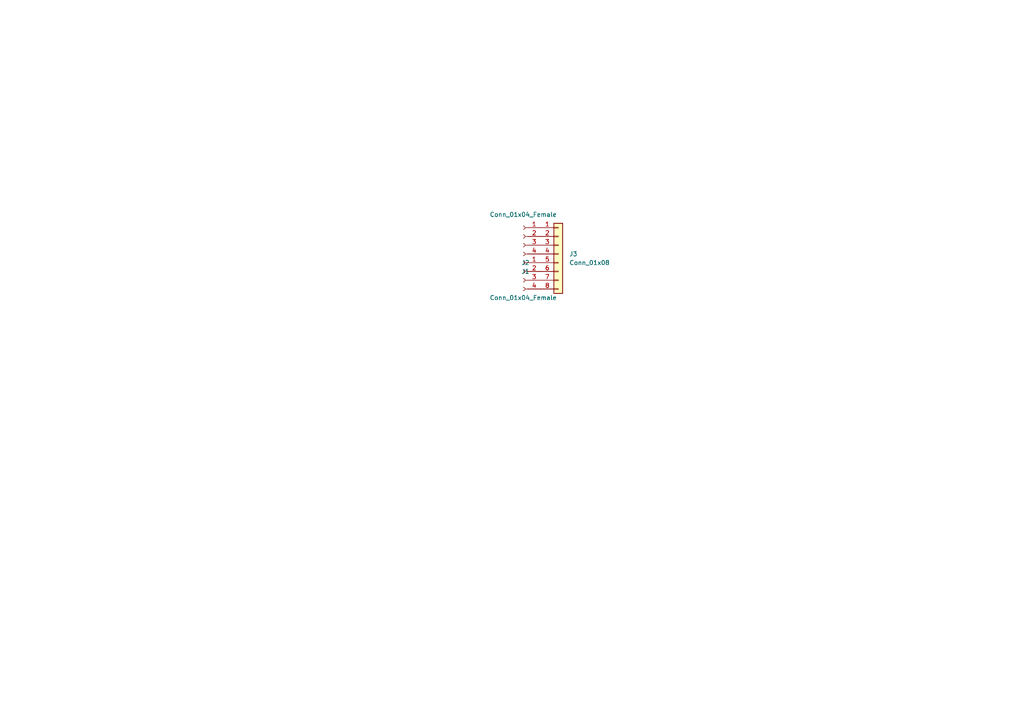
<source format=kicad_sch>
(kicad_sch (version 20211123) (generator eeschema)
  (paper "A4")
  (lib_symbols
    (symbol "Connector:Conn_01x04_Female" (pin_names (offset 1.016) hide)
      (property "Reference" "J" (at 0 5.08 0))
      (property "Value" "Conn_01x04_Female" (at 0 -7.62 0))
      (symbol "Conn_01x04_Female_1_1"
        (arc (start 0 -4.572) (mid -0.508 -5.08) (end 0 -5.588) (stroke (width 0.1524)))
        (arc (start 0 -2.032) (mid -0.508 -2.54) (end 0 -3.048) (stroke (width 0.1524)))
        (polyline (pts (xy -1.27 -5.08) (xy -0.508 -5.08)) (stroke (width 0.1524)))
        (polyline (pts (xy -1.27 -2.54) (xy -0.508 -2.54)) (stroke (width 0.1524)))
        (polyline (pts (xy -1.27 0) (xy -0.508 0)) (stroke (width 0.1524)))
        (polyline (pts (xy -1.27 2.54) (xy -0.508 2.54)) (stroke (width 0.1524)))
        (arc (start 0 0.508) (mid -0.508 0) (end 0 -0.508) (stroke (width 0.1524)))
        (arc (start 0 3.048) (mid -0.508 2.54) (end 0 2.032) (stroke (width 0.1524)))
        (pin passive line (at -5.08 2.54 0) (length 3.81) (name "Pin_1") (number "1"))
        (pin passive line (at -5.08 0 0) (length 3.81) (name "Pin_2") (number "2"))
        (pin passive line (at -5.08 -2.54 0) (length 3.81) (name "Pin_3") (number "3"))
        (pin passive line (at -5.08 -5.08 0) (length 3.81) (name "Pin_4") (number "4"))
      )
    )
    (symbol "Connector_Generic:Conn_01x08" (pin_names (offset 1.016) hide)
      (property "Reference" "J" (at 0 10.16 0))
      (property "Value" "Conn_01x08" (at 0 -12.7 0))
      (symbol "Conn_01x08_1_1"
        (rectangle (start -1.27 -10.033) (end 0 -10.287) (stroke (width 0.1524)))
        (rectangle (start -1.27 -7.493) (end 0 -7.747) (stroke (width 0.1524)))
        (rectangle (start -1.27 -4.953) (end 0 -5.207) (stroke (width 0.1524)))
        (rectangle (start -1.27 -2.413) (end 0 -2.667) (stroke (width 0.1524)))
        (rectangle (start -1.27 0.127) (end 0 -0.127) (stroke (width 0.1524)))
        (rectangle (start -1.27 2.667) (end 0 2.413) (stroke (width 0.1524)))
        (rectangle (start -1.27 5.207) (end 0 4.953) (stroke (width 0.1524)))
        (rectangle (start -1.27 7.747) (end 0 7.493) (stroke (width 0.1524)))
        (rectangle (start -1.27 8.89) (end 1.27 -11.43) (stroke (width 0.254)) (fill (type background)))
        (pin passive line (at -5.08 7.62 0) (length 3.81) (name "Pin_1") (number "1"))
        (pin passive line (at -5.08 5.08 0) (length 3.81) (name "Pin_2") (number "2"))
        (pin passive line (at -5.08 2.54 0) (length 3.81) (name "Pin_3") (number "3"))
        (pin passive line (at -5.08 0 0) (length 3.81) (name "Pin_4") (number "4"))
        (pin passive line (at -5.08 -2.54 0) (length 3.81) (name "Pin_5") (number "5"))
        (pin passive line (at -5.08 -5.08 0) (length 3.81) (name "Pin_6") (number "6"))
        (pin passive line (at -5.08 -7.62 0) (length 3.81) (name "Pin_7") (number "7"))
        (pin passive line (at -5.08 -10.16 0) (length 3.81) (name "Pin_8") (number "8"))
      )
    )
  )
  (symbol (lib_id "Connector_Generic:Conn_01x08") (at 161.925 73.66 0) (unit 1)
    (property "Reference" "J3" (at 165.1 73.6599 0) (effects (justify left)))
    (property "Value" "Conn_01x08" (at 165.1 76.1999 0) (effects (justify left)))
    (property "Footprint" "REFERENCES:PinHeader_2x04_P2.54mm_edge" (effects hide))
  )
  (symbol (lib_id "Connector:Conn_01x04_Female") (at 151.765 68.58 0) (mirror y) (unit 1)
    (property "Reference" "J1" (at 152.4 78.74 0))
    (property "Value" "Conn_01x04_Female" (at 151.765 86.36 0))
    (property "Footprint" "Connector_PinSocket_2.54mm:PinSocket_1x04_P2.54mm_Horizontal" (effects hide))
  )
  (symbol (lib_id "Connector:Conn_01x04_Female") (at 151.765 78.74 0) (mirror y) (unit 1)
    (property "Reference" "J2" (at 152.4 76.2 0))
    (property "Value" "Conn_01x04_Female" (at 151.765 62.23 0))
    (property "Footprint" "Connector_PinSocket_2.54mm:PinSocket_1x04_P2.54mm_Horizontal" (effects hide))
  )
)
</source>
